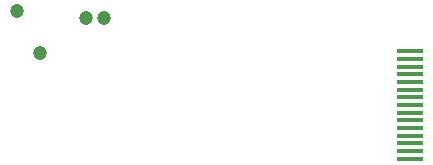
<source format=gbp>
G04 (created by PCBNEW (2013-mar-13)-stable) date Fri 15 Jan 2016 11:02:54 AM CET*
%MOIN*%
G04 Gerber Fmt 3.4, Leading zero omitted, Abs format*
%FSLAX34Y34*%
G01*
G70*
G90*
G04 APERTURE LIST*
%ADD10C,0.005906*%
%ADD11R,0.086614X0.015748*%
%ADD12C,0.047200*%
G04 APERTURE END LIST*
G54D10*
G54D11*
X54129Y-46279D03*
X54129Y-46023D03*
X54129Y-45767D03*
X54129Y-45511D03*
X54129Y-45255D03*
X54129Y-45000D03*
X54129Y-44744D03*
X54129Y-44488D03*
X54129Y-44232D03*
X54129Y-43976D03*
X54129Y-43720D03*
X54129Y-43464D03*
X54129Y-43208D03*
X54129Y-42952D03*
X54129Y-42696D03*
G54D12*
X43350Y-41590D03*
X43940Y-41590D03*
X41800Y-42740D03*
X41050Y-41360D03*
M02*

</source>
